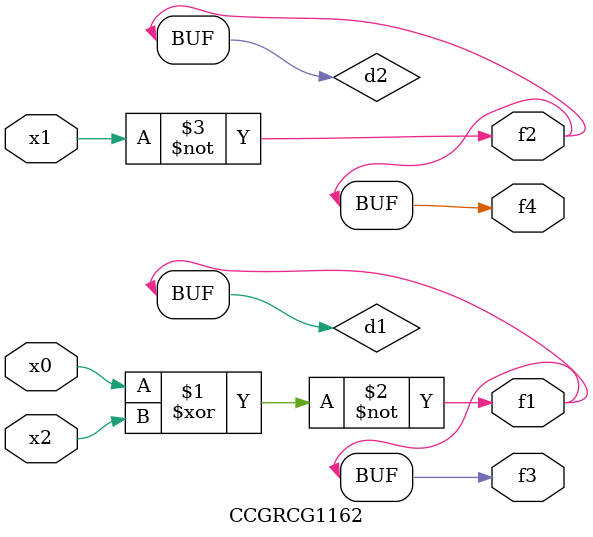
<source format=v>
module CCGRCG1162(
	input x0, x1, x2,
	output f1, f2, f3, f4
);

	wire d1, d2, d3;

	xnor (d1, x0, x2);
	nand (d2, x1);
	nor (d3, x1, x2);
	assign f1 = d1;
	assign f2 = d2;
	assign f3 = d1;
	assign f4 = d2;
endmodule

</source>
